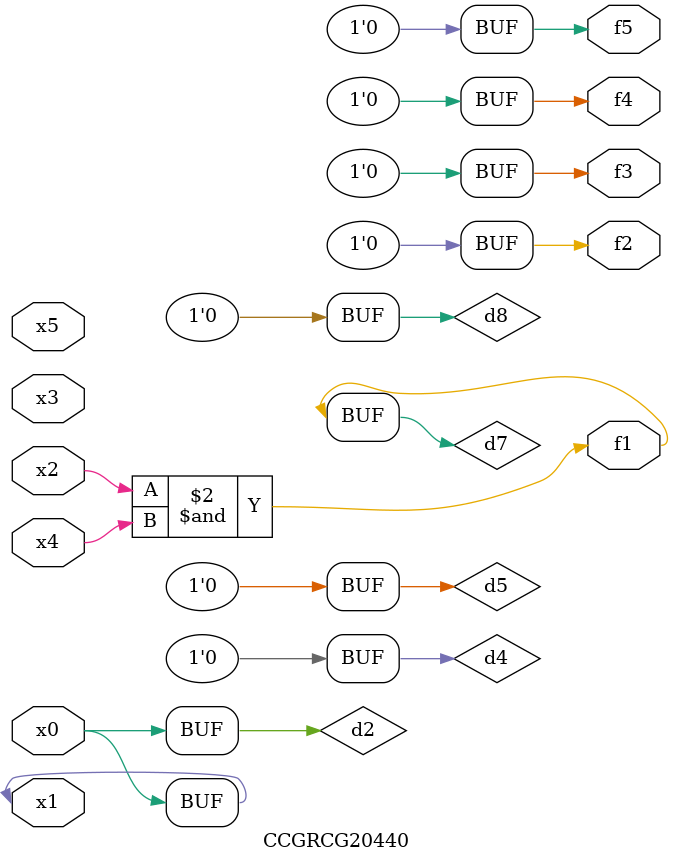
<source format=v>
module CCGRCG20440(
	input x0, x1, x2, x3, x4, x5,
	output f1, f2, f3, f4, f5
);

	wire d1, d2, d3, d4, d5, d6, d7, d8, d9;

	nand (d1, x1);
	buf (d2, x0, x1);
	nand (d3, x2, x4);
	and (d4, d1, d2);
	and (d5, d1, d2);
	nand (d6, d1, d3);
	not (d7, d3);
	xor (d8, d5);
	nor (d9, d5, d6);
	assign f1 = d7;
	assign f2 = d8;
	assign f3 = d8;
	assign f4 = d8;
	assign f5 = d8;
endmodule

</source>
